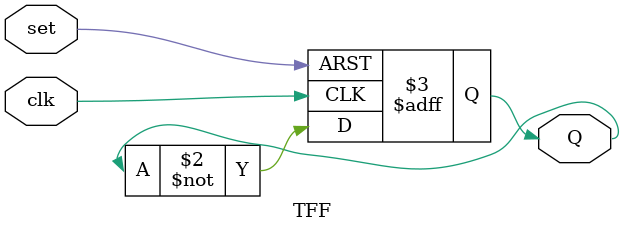
<source format=v>
module TFF(Q, clk, set);
	input clk, set;
	output Q;
	reg Q;
	always @(posedge clk or posedge set)
		if(set)
			Q <= 1;
		else
			Q <= ~Q;
endmodule
</source>
